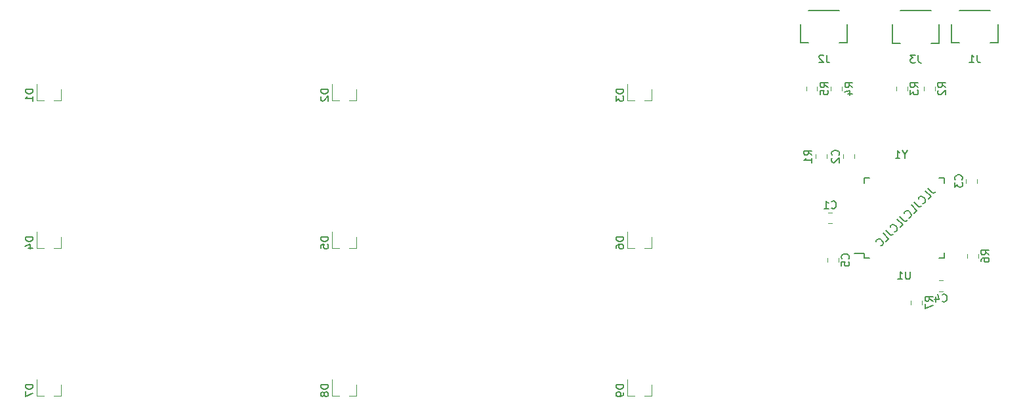
<source format=gbo>
G04 #@! TF.GenerationSoftware,KiCad,Pcbnew,(5.1.2)-2*
G04 #@! TF.CreationDate,2020-07-12T21:55:24+03:00*
G04 #@! TF.ProjectId,KB-Prototype,4b422d50-726f-4746-9f74-7970652e6b69,rev?*
G04 #@! TF.SameCoordinates,Original*
G04 #@! TF.FileFunction,Legend,Bot*
G04 #@! TF.FilePolarity,Positive*
%FSLAX46Y46*%
G04 Gerber Fmt 4.6, Leading zero omitted, Abs format (unit mm)*
G04 Created by KiCad (PCBNEW (5.1.2)-2) date 2020-07-12 21:55:24*
%MOMM*%
%LPD*%
G04 APERTURE LIST*
%ADD10C,0.150000*%
%ADD11C,0.120000*%
%ADD12C,3.602000*%
%ADD13R,0.502000X2.102000*%
%ADD14R,0.652000X1.602000*%
%ADD15R,1.602000X0.652000*%
%ADD16C,0.100000*%
%ADD17C,1.077000*%
%ADD18C,2.352000*%
%ADD19C,4.089800*%
%ADD20C,1.852000*%
%ADD21R,1.302000X1.902000*%
%ADD22R,0.702000X1.652000*%
%ADD23R,0.902000X1.002000*%
G04 APERTURE END LIST*
D10*
X156294934Y-50956614D02*
X156800011Y-51461691D01*
X156934698Y-51529034D01*
X157069385Y-51529034D01*
X157204072Y-51461691D01*
X157271415Y-51394347D01*
X156328606Y-52337156D02*
X156665324Y-52000439D01*
X155958217Y-51293332D01*
X155621499Y-52909576D02*
X155688843Y-52909576D01*
X155823530Y-52842233D01*
X155890873Y-52774889D01*
X155958217Y-52640202D01*
X155958217Y-52505515D01*
X155924545Y-52404500D01*
X155823530Y-52236141D01*
X155722514Y-52135126D01*
X155554156Y-52034111D01*
X155453140Y-52000439D01*
X155318453Y-52000439D01*
X155183766Y-52067782D01*
X155116423Y-52135126D01*
X155049079Y-52269813D01*
X155049079Y-52337156D01*
X154476660Y-52774889D02*
X154981736Y-53279965D01*
X155116423Y-53347309D01*
X155251110Y-53347309D01*
X155385797Y-53279965D01*
X155453140Y-53212622D01*
X154510331Y-54155431D02*
X154847049Y-53818713D01*
X154139942Y-53111607D01*
X153803225Y-54727851D02*
X153870568Y-54727851D01*
X154005255Y-54660507D01*
X154072599Y-54593164D01*
X154139942Y-54458477D01*
X154139942Y-54323790D01*
X154106270Y-54222774D01*
X154005255Y-54054416D01*
X153904240Y-53953400D01*
X153735881Y-53852385D01*
X153634866Y-53818713D01*
X153500179Y-53818713D01*
X153365492Y-53886057D01*
X153298148Y-53953400D01*
X153230805Y-54088087D01*
X153230805Y-54155431D01*
X152658385Y-54593164D02*
X153163461Y-55098240D01*
X153298148Y-55165583D01*
X153432835Y-55165583D01*
X153567522Y-55098240D01*
X153634866Y-55030896D01*
X152692057Y-55973705D02*
X153028774Y-55636988D01*
X152321668Y-54929881D01*
X151984950Y-56546125D02*
X152052294Y-56546125D01*
X152186981Y-56478782D01*
X152254324Y-56411438D01*
X152321668Y-56276751D01*
X152321668Y-56142064D01*
X152287996Y-56041049D01*
X152186981Y-55872690D01*
X152085965Y-55771675D01*
X151917607Y-55670660D01*
X151816591Y-55636988D01*
X151681904Y-55636988D01*
X151547217Y-55704331D01*
X151479874Y-55771675D01*
X151412530Y-55906362D01*
X151412530Y-55973705D01*
X150840111Y-56411438D02*
X151345187Y-56916514D01*
X151479874Y-56983858D01*
X151614561Y-56983858D01*
X151749248Y-56916514D01*
X151816591Y-56849171D01*
X150873782Y-57791980D02*
X151210500Y-57455263D01*
X150503393Y-56748156D01*
X150166675Y-58364400D02*
X150234019Y-58364400D01*
X150368706Y-58297056D01*
X150436049Y-58229713D01*
X150503393Y-58095026D01*
X150503393Y-57960339D01*
X150469721Y-57859324D01*
X150368706Y-57690965D01*
X150267691Y-57589950D01*
X150099332Y-57488934D01*
X149998317Y-57455263D01*
X149863630Y-57455263D01*
X149728943Y-57522606D01*
X149661599Y-57589950D01*
X149594256Y-57724637D01*
X149594256Y-57791980D01*
X148018750Y-59368750D02*
X146743750Y-59368750D01*
X158368750Y-59943750D02*
X157693750Y-59943750D01*
X158368750Y-49593750D02*
X157693750Y-49593750D01*
X148018750Y-49593750D02*
X148693750Y-49593750D01*
X148018750Y-59943750D02*
X148693750Y-59943750D01*
X148018750Y-49593750D02*
X148018750Y-50268750D01*
X158368750Y-49593750D02*
X158368750Y-50268750D01*
X158368750Y-59943750D02*
X158368750Y-59268750D01*
X148018750Y-59943750D02*
X148018750Y-59368750D01*
D11*
X154103000Y-65917578D02*
X154103000Y-65400422D01*
X155523000Y-65917578D02*
X155523000Y-65400422D01*
X161342000Y-59948578D02*
X161342000Y-59431422D01*
X162762000Y-59948578D02*
X162762000Y-59431422D01*
X140577500Y-38358578D02*
X140577500Y-37841422D01*
X141997500Y-38358578D02*
X141997500Y-37841422D01*
X143752500Y-38358578D02*
X143752500Y-37841422D01*
X145172500Y-38358578D02*
X145172500Y-37841422D01*
X152198000Y-38358578D02*
X152198000Y-37841422D01*
X153618000Y-38358578D02*
X153618000Y-37841422D01*
X155754000Y-38358578D02*
X155754000Y-37841422D01*
X157174000Y-38358578D02*
X157174000Y-37841422D01*
X143204000Y-46572672D02*
X143204000Y-47089828D01*
X141784000Y-46572672D02*
X141784000Y-47089828D01*
D10*
X151686000Y-32213000D02*
X152686000Y-32213000D01*
X151686000Y-29813000D02*
X151686000Y-32213000D01*
X156686000Y-28013000D02*
X152686000Y-28013000D01*
X157686000Y-32213000D02*
X157686000Y-29813000D01*
X156686000Y-32213000D02*
X157686000Y-32213000D01*
X139875000Y-32181250D02*
X140875000Y-32181250D01*
X139875000Y-29781250D02*
X139875000Y-32181250D01*
X144875000Y-27981250D02*
X140875000Y-27981250D01*
X145875000Y-32181250D02*
X145875000Y-29781250D01*
X144875000Y-32181250D02*
X145875000Y-32181250D01*
X159306000Y-32181250D02*
X160306000Y-32181250D01*
X159306000Y-29781250D02*
X159306000Y-32181250D01*
X164306000Y-27981250D02*
X160306000Y-27981250D01*
X165306000Y-32181250D02*
X165306000Y-29781250D01*
X164306000Y-32181250D02*
X165306000Y-32181250D01*
D11*
X120642500Y-77753750D02*
X120642500Y-76293750D01*
X117482500Y-77753750D02*
X117482500Y-75593750D01*
X117482500Y-77753750D02*
X118412500Y-77753750D01*
X120642500Y-77753750D02*
X119712500Y-77753750D01*
X82542500Y-77753750D02*
X82542500Y-76293750D01*
X79382500Y-77753750D02*
X79382500Y-75593750D01*
X79382500Y-77753750D02*
X80312500Y-77753750D01*
X82542500Y-77753750D02*
X81612500Y-77753750D01*
X44442500Y-77753750D02*
X44442500Y-76293750D01*
X41282500Y-77753750D02*
X41282500Y-75593750D01*
X41282500Y-77753750D02*
X42212500Y-77753750D01*
X44442500Y-77753750D02*
X43512500Y-77753750D01*
X120642500Y-58703750D02*
X120642500Y-57243750D01*
X117482500Y-58703750D02*
X117482500Y-56543750D01*
X117482500Y-58703750D02*
X118412500Y-58703750D01*
X120642500Y-58703750D02*
X119712500Y-58703750D01*
X82542500Y-58703750D02*
X82542500Y-57243750D01*
X79382500Y-58703750D02*
X79382500Y-56543750D01*
X79382500Y-58703750D02*
X80312500Y-58703750D01*
X82542500Y-58703750D02*
X81612500Y-58703750D01*
X44442500Y-58703750D02*
X44442500Y-57243750D01*
X41282500Y-58703750D02*
X41282500Y-56543750D01*
X41282500Y-58703750D02*
X42212500Y-58703750D01*
X44442500Y-58703750D02*
X43512500Y-58703750D01*
X120642500Y-39653750D02*
X120642500Y-38193750D01*
X117482500Y-39653750D02*
X117482500Y-37493750D01*
X117482500Y-39653750D02*
X118412500Y-39653750D01*
X120642500Y-39653750D02*
X119712500Y-39653750D01*
X82542500Y-39653750D02*
X82542500Y-38193750D01*
X79382500Y-39653750D02*
X79382500Y-37493750D01*
X79382500Y-39653750D02*
X80312500Y-39653750D01*
X82542500Y-39653750D02*
X81612500Y-39653750D01*
X44442500Y-39653750D02*
X44442500Y-38193750D01*
X41282500Y-39653750D02*
X41282500Y-37493750D01*
X41282500Y-39653750D02*
X42212500Y-39653750D01*
X44442500Y-39653750D02*
X43512500Y-39653750D01*
X143308000Y-60456578D02*
X143308000Y-59939422D01*
X144728000Y-60456578D02*
X144728000Y-59939422D01*
X157697672Y-62790000D02*
X158214828Y-62790000D01*
X157697672Y-64210000D02*
X158214828Y-64210000D01*
X162635000Y-49747672D02*
X162635000Y-50264828D01*
X161215000Y-49747672D02*
X161215000Y-50264828D01*
X146760000Y-46572672D02*
X146760000Y-47089828D01*
X145340000Y-46572672D02*
X145340000Y-47089828D01*
X143927328Y-55478750D02*
X143410172Y-55478750D01*
X143927328Y-54058750D02*
X143410172Y-54058750D01*
D10*
X153272430Y-46585190D02*
X153272430Y-47061380D01*
X153605763Y-46061380D02*
X153272430Y-46585190D01*
X152939097Y-46061380D01*
X152081954Y-47061380D02*
X152653382Y-47061380D01*
X152367668Y-47061380D02*
X152367668Y-46061380D01*
X152462906Y-46204238D01*
X152558144Y-46299476D01*
X152653382Y-46347095D01*
X153955654Y-61671130D02*
X153955654Y-62480654D01*
X153908035Y-62575892D01*
X153860416Y-62623511D01*
X153765178Y-62671130D01*
X153574702Y-62671130D01*
X153479464Y-62623511D01*
X153431845Y-62575892D01*
X153384226Y-62480654D01*
X153384226Y-61671130D01*
X152384226Y-62671130D02*
X152955654Y-62671130D01*
X152669940Y-62671130D02*
X152669940Y-61671130D01*
X152765178Y-61813988D01*
X152860416Y-61909226D01*
X152955654Y-61956845D01*
X156915380Y-65492333D02*
X156439190Y-65159000D01*
X156915380Y-64920904D02*
X155915380Y-64920904D01*
X155915380Y-65301857D01*
X155963000Y-65397095D01*
X156010619Y-65444714D01*
X156105857Y-65492333D01*
X156248714Y-65492333D01*
X156343952Y-65444714D01*
X156391571Y-65397095D01*
X156439190Y-65301857D01*
X156439190Y-64920904D01*
X155915380Y-65825666D02*
X155915380Y-66492333D01*
X156915380Y-66063761D01*
X164154380Y-59523333D02*
X163678190Y-59190000D01*
X164154380Y-58951904D02*
X163154380Y-58951904D01*
X163154380Y-59332857D01*
X163202000Y-59428095D01*
X163249619Y-59475714D01*
X163344857Y-59523333D01*
X163487714Y-59523333D01*
X163582952Y-59475714D01*
X163630571Y-59428095D01*
X163678190Y-59332857D01*
X163678190Y-58951904D01*
X163154380Y-60380476D02*
X163154380Y-60190000D01*
X163202000Y-60094761D01*
X163249619Y-60047142D01*
X163392476Y-59951904D01*
X163582952Y-59904285D01*
X163963904Y-59904285D01*
X164059142Y-59951904D01*
X164106761Y-59999523D01*
X164154380Y-60094761D01*
X164154380Y-60285238D01*
X164106761Y-60380476D01*
X164059142Y-60428095D01*
X163963904Y-60475714D01*
X163725809Y-60475714D01*
X163630571Y-60428095D01*
X163582952Y-60380476D01*
X163535333Y-60285238D01*
X163535333Y-60094761D01*
X163582952Y-59999523D01*
X163630571Y-59951904D01*
X163725809Y-59904285D01*
X143389880Y-37933333D02*
X142913690Y-37600000D01*
X143389880Y-37361904D02*
X142389880Y-37361904D01*
X142389880Y-37742857D01*
X142437500Y-37838095D01*
X142485119Y-37885714D01*
X142580357Y-37933333D01*
X142723214Y-37933333D01*
X142818452Y-37885714D01*
X142866071Y-37838095D01*
X142913690Y-37742857D01*
X142913690Y-37361904D01*
X142389880Y-38838095D02*
X142389880Y-38361904D01*
X142866071Y-38314285D01*
X142818452Y-38361904D01*
X142770833Y-38457142D01*
X142770833Y-38695238D01*
X142818452Y-38790476D01*
X142866071Y-38838095D01*
X142961309Y-38885714D01*
X143199404Y-38885714D01*
X143294642Y-38838095D01*
X143342261Y-38790476D01*
X143389880Y-38695238D01*
X143389880Y-38457142D01*
X143342261Y-38361904D01*
X143294642Y-38314285D01*
X146564880Y-37933333D02*
X146088690Y-37600000D01*
X146564880Y-37361904D02*
X145564880Y-37361904D01*
X145564880Y-37742857D01*
X145612500Y-37838095D01*
X145660119Y-37885714D01*
X145755357Y-37933333D01*
X145898214Y-37933333D01*
X145993452Y-37885714D01*
X146041071Y-37838095D01*
X146088690Y-37742857D01*
X146088690Y-37361904D01*
X145898214Y-38790476D02*
X146564880Y-38790476D01*
X145517261Y-38552380D02*
X146231547Y-38314285D01*
X146231547Y-38933333D01*
X155010380Y-37933333D02*
X154534190Y-37600000D01*
X155010380Y-37361904D02*
X154010380Y-37361904D01*
X154010380Y-37742857D01*
X154058000Y-37838095D01*
X154105619Y-37885714D01*
X154200857Y-37933333D01*
X154343714Y-37933333D01*
X154438952Y-37885714D01*
X154486571Y-37838095D01*
X154534190Y-37742857D01*
X154534190Y-37361904D01*
X154010380Y-38266666D02*
X154010380Y-38885714D01*
X154391333Y-38552380D01*
X154391333Y-38695238D01*
X154438952Y-38790476D01*
X154486571Y-38838095D01*
X154581809Y-38885714D01*
X154819904Y-38885714D01*
X154915142Y-38838095D01*
X154962761Y-38790476D01*
X155010380Y-38695238D01*
X155010380Y-38409523D01*
X154962761Y-38314285D01*
X154915142Y-38266666D01*
X158566380Y-37933333D02*
X158090190Y-37600000D01*
X158566380Y-37361904D02*
X157566380Y-37361904D01*
X157566380Y-37742857D01*
X157614000Y-37838095D01*
X157661619Y-37885714D01*
X157756857Y-37933333D01*
X157899714Y-37933333D01*
X157994952Y-37885714D01*
X158042571Y-37838095D01*
X158090190Y-37742857D01*
X158090190Y-37361904D01*
X157661619Y-38314285D02*
X157614000Y-38361904D01*
X157566380Y-38457142D01*
X157566380Y-38695238D01*
X157614000Y-38790476D01*
X157661619Y-38838095D01*
X157756857Y-38885714D01*
X157852095Y-38885714D01*
X157994952Y-38838095D01*
X158566380Y-38266666D01*
X158566380Y-38885714D01*
X141296380Y-46664583D02*
X140820190Y-46331250D01*
X141296380Y-46093154D02*
X140296380Y-46093154D01*
X140296380Y-46474107D01*
X140344000Y-46569345D01*
X140391619Y-46616964D01*
X140486857Y-46664583D01*
X140629714Y-46664583D01*
X140724952Y-46616964D01*
X140772571Y-46569345D01*
X140820190Y-46474107D01*
X140820190Y-46093154D01*
X141296380Y-47616964D02*
X141296380Y-47045535D01*
X141296380Y-47331250D02*
X140296380Y-47331250D01*
X140439238Y-47236011D01*
X140534476Y-47140773D01*
X140582095Y-47045535D01*
X155019333Y-33765380D02*
X155019333Y-34479666D01*
X155066952Y-34622523D01*
X155162190Y-34717761D01*
X155305047Y-34765380D01*
X155400285Y-34765380D01*
X154638380Y-33765380D02*
X154019333Y-33765380D01*
X154352666Y-34146333D01*
X154209809Y-34146333D01*
X154114571Y-34193952D01*
X154066952Y-34241571D01*
X154019333Y-34336809D01*
X154019333Y-34574904D01*
X154066952Y-34670142D01*
X154114571Y-34717761D01*
X154209809Y-34765380D01*
X154495523Y-34765380D01*
X154590761Y-34717761D01*
X154638380Y-34670142D01*
X143208333Y-33733630D02*
X143208333Y-34447916D01*
X143255952Y-34590773D01*
X143351190Y-34686011D01*
X143494047Y-34733630D01*
X143589285Y-34733630D01*
X142779761Y-33828869D02*
X142732142Y-33781250D01*
X142636904Y-33733630D01*
X142398809Y-33733630D01*
X142303571Y-33781250D01*
X142255952Y-33828869D01*
X142208333Y-33924107D01*
X142208333Y-34019345D01*
X142255952Y-34162202D01*
X142827380Y-34733630D01*
X142208333Y-34733630D01*
X162639333Y-33733630D02*
X162639333Y-34447916D01*
X162686952Y-34590773D01*
X162782190Y-34686011D01*
X162925047Y-34733630D01*
X163020285Y-34733630D01*
X161639333Y-34733630D02*
X162210761Y-34733630D01*
X161925047Y-34733630D02*
X161925047Y-33733630D01*
X162020285Y-33876488D01*
X162115523Y-33971726D01*
X162210761Y-34019345D01*
X117014880Y-76255654D02*
X116014880Y-76255654D01*
X116014880Y-76493750D01*
X116062500Y-76636607D01*
X116157738Y-76731845D01*
X116252976Y-76779464D01*
X116443452Y-76827083D01*
X116586309Y-76827083D01*
X116776785Y-76779464D01*
X116872023Y-76731845D01*
X116967261Y-76636607D01*
X117014880Y-76493750D01*
X117014880Y-76255654D01*
X117014880Y-77303273D02*
X117014880Y-77493750D01*
X116967261Y-77588988D01*
X116919642Y-77636607D01*
X116776785Y-77731845D01*
X116586309Y-77779464D01*
X116205357Y-77779464D01*
X116110119Y-77731845D01*
X116062500Y-77684226D01*
X116014880Y-77588988D01*
X116014880Y-77398511D01*
X116062500Y-77303273D01*
X116110119Y-77255654D01*
X116205357Y-77208035D01*
X116443452Y-77208035D01*
X116538690Y-77255654D01*
X116586309Y-77303273D01*
X116633928Y-77398511D01*
X116633928Y-77588988D01*
X116586309Y-77684226D01*
X116538690Y-77731845D01*
X116443452Y-77779464D01*
X78914880Y-76255654D02*
X77914880Y-76255654D01*
X77914880Y-76493750D01*
X77962500Y-76636607D01*
X78057738Y-76731845D01*
X78152976Y-76779464D01*
X78343452Y-76827083D01*
X78486309Y-76827083D01*
X78676785Y-76779464D01*
X78772023Y-76731845D01*
X78867261Y-76636607D01*
X78914880Y-76493750D01*
X78914880Y-76255654D01*
X78343452Y-77398511D02*
X78295833Y-77303273D01*
X78248214Y-77255654D01*
X78152976Y-77208035D01*
X78105357Y-77208035D01*
X78010119Y-77255654D01*
X77962500Y-77303273D01*
X77914880Y-77398511D01*
X77914880Y-77588988D01*
X77962500Y-77684226D01*
X78010119Y-77731845D01*
X78105357Y-77779464D01*
X78152976Y-77779464D01*
X78248214Y-77731845D01*
X78295833Y-77684226D01*
X78343452Y-77588988D01*
X78343452Y-77398511D01*
X78391071Y-77303273D01*
X78438690Y-77255654D01*
X78533928Y-77208035D01*
X78724404Y-77208035D01*
X78819642Y-77255654D01*
X78867261Y-77303273D01*
X78914880Y-77398511D01*
X78914880Y-77588988D01*
X78867261Y-77684226D01*
X78819642Y-77731845D01*
X78724404Y-77779464D01*
X78533928Y-77779464D01*
X78438690Y-77731845D01*
X78391071Y-77684226D01*
X78343452Y-77588988D01*
X40814880Y-76255654D02*
X39814880Y-76255654D01*
X39814880Y-76493750D01*
X39862500Y-76636607D01*
X39957738Y-76731845D01*
X40052976Y-76779464D01*
X40243452Y-76827083D01*
X40386309Y-76827083D01*
X40576785Y-76779464D01*
X40672023Y-76731845D01*
X40767261Y-76636607D01*
X40814880Y-76493750D01*
X40814880Y-76255654D01*
X39814880Y-77160416D02*
X39814880Y-77827083D01*
X40814880Y-77398511D01*
X117014880Y-57205654D02*
X116014880Y-57205654D01*
X116014880Y-57443750D01*
X116062500Y-57586607D01*
X116157738Y-57681845D01*
X116252976Y-57729464D01*
X116443452Y-57777083D01*
X116586309Y-57777083D01*
X116776785Y-57729464D01*
X116872023Y-57681845D01*
X116967261Y-57586607D01*
X117014880Y-57443750D01*
X117014880Y-57205654D01*
X116014880Y-58634226D02*
X116014880Y-58443750D01*
X116062500Y-58348511D01*
X116110119Y-58300892D01*
X116252976Y-58205654D01*
X116443452Y-58158035D01*
X116824404Y-58158035D01*
X116919642Y-58205654D01*
X116967261Y-58253273D01*
X117014880Y-58348511D01*
X117014880Y-58538988D01*
X116967261Y-58634226D01*
X116919642Y-58681845D01*
X116824404Y-58729464D01*
X116586309Y-58729464D01*
X116491071Y-58681845D01*
X116443452Y-58634226D01*
X116395833Y-58538988D01*
X116395833Y-58348511D01*
X116443452Y-58253273D01*
X116491071Y-58205654D01*
X116586309Y-58158035D01*
X78914880Y-57205654D02*
X77914880Y-57205654D01*
X77914880Y-57443750D01*
X77962500Y-57586607D01*
X78057738Y-57681845D01*
X78152976Y-57729464D01*
X78343452Y-57777083D01*
X78486309Y-57777083D01*
X78676785Y-57729464D01*
X78772023Y-57681845D01*
X78867261Y-57586607D01*
X78914880Y-57443750D01*
X78914880Y-57205654D01*
X77914880Y-58681845D02*
X77914880Y-58205654D01*
X78391071Y-58158035D01*
X78343452Y-58205654D01*
X78295833Y-58300892D01*
X78295833Y-58538988D01*
X78343452Y-58634226D01*
X78391071Y-58681845D01*
X78486309Y-58729464D01*
X78724404Y-58729464D01*
X78819642Y-58681845D01*
X78867261Y-58634226D01*
X78914880Y-58538988D01*
X78914880Y-58300892D01*
X78867261Y-58205654D01*
X78819642Y-58158035D01*
X40814880Y-57205654D02*
X39814880Y-57205654D01*
X39814880Y-57443750D01*
X39862500Y-57586607D01*
X39957738Y-57681845D01*
X40052976Y-57729464D01*
X40243452Y-57777083D01*
X40386309Y-57777083D01*
X40576785Y-57729464D01*
X40672023Y-57681845D01*
X40767261Y-57586607D01*
X40814880Y-57443750D01*
X40814880Y-57205654D01*
X40148214Y-58634226D02*
X40814880Y-58634226D01*
X39767261Y-58396130D02*
X40481547Y-58158035D01*
X40481547Y-58777083D01*
X117014880Y-38155654D02*
X116014880Y-38155654D01*
X116014880Y-38393750D01*
X116062500Y-38536607D01*
X116157738Y-38631845D01*
X116252976Y-38679464D01*
X116443452Y-38727083D01*
X116586309Y-38727083D01*
X116776785Y-38679464D01*
X116872023Y-38631845D01*
X116967261Y-38536607D01*
X117014880Y-38393750D01*
X117014880Y-38155654D01*
X116014880Y-39060416D02*
X116014880Y-39679464D01*
X116395833Y-39346130D01*
X116395833Y-39488988D01*
X116443452Y-39584226D01*
X116491071Y-39631845D01*
X116586309Y-39679464D01*
X116824404Y-39679464D01*
X116919642Y-39631845D01*
X116967261Y-39584226D01*
X117014880Y-39488988D01*
X117014880Y-39203273D01*
X116967261Y-39108035D01*
X116919642Y-39060416D01*
X78914880Y-38155654D02*
X77914880Y-38155654D01*
X77914880Y-38393750D01*
X77962500Y-38536607D01*
X78057738Y-38631845D01*
X78152976Y-38679464D01*
X78343452Y-38727083D01*
X78486309Y-38727083D01*
X78676785Y-38679464D01*
X78772023Y-38631845D01*
X78867261Y-38536607D01*
X78914880Y-38393750D01*
X78914880Y-38155654D01*
X78010119Y-39108035D02*
X77962500Y-39155654D01*
X77914880Y-39250892D01*
X77914880Y-39488988D01*
X77962500Y-39584226D01*
X78010119Y-39631845D01*
X78105357Y-39679464D01*
X78200595Y-39679464D01*
X78343452Y-39631845D01*
X78914880Y-39060416D01*
X78914880Y-39679464D01*
X40814880Y-38155654D02*
X39814880Y-38155654D01*
X39814880Y-38393750D01*
X39862500Y-38536607D01*
X39957738Y-38631845D01*
X40052976Y-38679464D01*
X40243452Y-38727083D01*
X40386309Y-38727083D01*
X40576785Y-38679464D01*
X40672023Y-38631845D01*
X40767261Y-38536607D01*
X40814880Y-38393750D01*
X40814880Y-38155654D01*
X40814880Y-39679464D02*
X40814880Y-39108035D01*
X40814880Y-39393750D02*
X39814880Y-39393750D01*
X39957738Y-39298511D01*
X40052976Y-39203273D01*
X40100595Y-39108035D01*
X146025142Y-60031333D02*
X146072761Y-59983714D01*
X146120380Y-59840857D01*
X146120380Y-59745619D01*
X146072761Y-59602761D01*
X145977523Y-59507523D01*
X145882285Y-59459904D01*
X145691809Y-59412285D01*
X145548952Y-59412285D01*
X145358476Y-59459904D01*
X145263238Y-59507523D01*
X145168000Y-59602761D01*
X145120380Y-59745619D01*
X145120380Y-59840857D01*
X145168000Y-59983714D01*
X145215619Y-60031333D01*
X145120380Y-60936095D02*
X145120380Y-60459904D01*
X145596571Y-60412285D01*
X145548952Y-60459904D01*
X145501333Y-60555142D01*
X145501333Y-60793238D01*
X145548952Y-60888476D01*
X145596571Y-60936095D01*
X145691809Y-60983714D01*
X145929904Y-60983714D01*
X146025142Y-60936095D01*
X146072761Y-60888476D01*
X146120380Y-60793238D01*
X146120380Y-60555142D01*
X146072761Y-60459904D01*
X146025142Y-60412285D01*
X158122916Y-65507142D02*
X158170535Y-65554761D01*
X158313392Y-65602380D01*
X158408630Y-65602380D01*
X158551488Y-65554761D01*
X158646726Y-65459523D01*
X158694345Y-65364285D01*
X158741964Y-65173809D01*
X158741964Y-65030952D01*
X158694345Y-64840476D01*
X158646726Y-64745238D01*
X158551488Y-64650000D01*
X158408630Y-64602380D01*
X158313392Y-64602380D01*
X158170535Y-64650000D01*
X158122916Y-64697619D01*
X157265773Y-64935714D02*
X157265773Y-65602380D01*
X157503869Y-64554761D02*
X157741964Y-65269047D01*
X157122916Y-65269047D01*
X160632142Y-49839583D02*
X160679761Y-49791964D01*
X160727380Y-49649107D01*
X160727380Y-49553869D01*
X160679761Y-49411011D01*
X160584523Y-49315773D01*
X160489285Y-49268154D01*
X160298809Y-49220535D01*
X160155952Y-49220535D01*
X159965476Y-49268154D01*
X159870238Y-49315773D01*
X159775000Y-49411011D01*
X159727380Y-49553869D01*
X159727380Y-49649107D01*
X159775000Y-49791964D01*
X159822619Y-49839583D01*
X159727380Y-50172916D02*
X159727380Y-50791964D01*
X160108333Y-50458630D01*
X160108333Y-50601488D01*
X160155952Y-50696726D01*
X160203571Y-50744345D01*
X160298809Y-50791964D01*
X160536904Y-50791964D01*
X160632142Y-50744345D01*
X160679761Y-50696726D01*
X160727380Y-50601488D01*
X160727380Y-50315773D01*
X160679761Y-50220535D01*
X160632142Y-50172916D01*
X144757142Y-46664583D02*
X144804761Y-46616964D01*
X144852380Y-46474107D01*
X144852380Y-46378869D01*
X144804761Y-46236011D01*
X144709523Y-46140773D01*
X144614285Y-46093154D01*
X144423809Y-46045535D01*
X144280952Y-46045535D01*
X144090476Y-46093154D01*
X143995238Y-46140773D01*
X143900000Y-46236011D01*
X143852380Y-46378869D01*
X143852380Y-46474107D01*
X143900000Y-46616964D01*
X143947619Y-46664583D01*
X143947619Y-47045535D02*
X143900000Y-47093154D01*
X143852380Y-47188392D01*
X143852380Y-47426488D01*
X143900000Y-47521726D01*
X143947619Y-47569345D01*
X144042857Y-47616964D01*
X144138095Y-47616964D01*
X144280952Y-47569345D01*
X144852380Y-46997916D01*
X144852380Y-47616964D01*
X143835416Y-53475892D02*
X143883035Y-53523511D01*
X144025892Y-53571130D01*
X144121130Y-53571130D01*
X144263988Y-53523511D01*
X144359226Y-53428273D01*
X144406845Y-53333035D01*
X144454464Y-53142559D01*
X144454464Y-52999702D01*
X144406845Y-52809226D01*
X144359226Y-52713988D01*
X144263988Y-52618750D01*
X144121130Y-52571130D01*
X144025892Y-52571130D01*
X143883035Y-52618750D01*
X143835416Y-52666369D01*
X142883035Y-53571130D02*
X143454464Y-53571130D01*
X143168750Y-53571130D02*
X143168750Y-52571130D01*
X143263988Y-52713988D01*
X143359226Y-52809226D01*
X143454464Y-52856845D01*
%LPC*%
D12*
X165862000Y-77851000D03*
X165862000Y-37592000D03*
X26670000Y-78105000D03*
X26797000Y-26670000D03*
D13*
X151581000Y-44577000D03*
X153981000Y-44577000D03*
X152781000Y-44577000D03*
D14*
X149193750Y-60468750D03*
X149993750Y-60468750D03*
X150793750Y-60468750D03*
X151593750Y-60468750D03*
X152393750Y-60468750D03*
X153193750Y-60468750D03*
X153993750Y-60468750D03*
X154793750Y-60468750D03*
X155593750Y-60468750D03*
X156393750Y-60468750D03*
X157193750Y-60468750D03*
D15*
X158893750Y-58768750D03*
X158893750Y-57968750D03*
X158893750Y-57168750D03*
X158893750Y-56368750D03*
X158893750Y-55568750D03*
X158893750Y-54768750D03*
X158893750Y-53968750D03*
X158893750Y-53168750D03*
X158893750Y-52368750D03*
X158893750Y-51568750D03*
X158893750Y-50768750D03*
D14*
X157193750Y-49068750D03*
X156393750Y-49068750D03*
X155593750Y-49068750D03*
X154793750Y-49068750D03*
X153993750Y-49068750D03*
X153193750Y-49068750D03*
X152393750Y-49068750D03*
X151593750Y-49068750D03*
X150793750Y-49068750D03*
X149993750Y-49068750D03*
X149193750Y-49068750D03*
D15*
X147493750Y-50768750D03*
X147493750Y-51568750D03*
X147493750Y-52368750D03*
X147493750Y-53168750D03*
X147493750Y-53968750D03*
X147493750Y-54768750D03*
X147493750Y-55568750D03*
X147493750Y-56368750D03*
X147493750Y-57168750D03*
X147493750Y-57968750D03*
X147493750Y-58768750D03*
D16*
G36*
X155321141Y-64184297D02*
G01*
X155347278Y-64188174D01*
X155372909Y-64194594D01*
X155397788Y-64203495D01*
X155421674Y-64214793D01*
X155444337Y-64228377D01*
X155465560Y-64244117D01*
X155485139Y-64261861D01*
X155502883Y-64281440D01*
X155518623Y-64302663D01*
X155532207Y-64325326D01*
X155543505Y-64349212D01*
X155552406Y-64374091D01*
X155558826Y-64399722D01*
X155562703Y-64425859D01*
X155564000Y-64452250D01*
X155564000Y-64990750D01*
X155562703Y-65017141D01*
X155558826Y-65043278D01*
X155552406Y-65068909D01*
X155543505Y-65093788D01*
X155532207Y-65117674D01*
X155518623Y-65140337D01*
X155502883Y-65161560D01*
X155485139Y-65181139D01*
X155465560Y-65198883D01*
X155444337Y-65214623D01*
X155421674Y-65228207D01*
X155397788Y-65239505D01*
X155372909Y-65248406D01*
X155347278Y-65254826D01*
X155321141Y-65258703D01*
X155294750Y-65260000D01*
X154331250Y-65260000D01*
X154304859Y-65258703D01*
X154278722Y-65254826D01*
X154253091Y-65248406D01*
X154228212Y-65239505D01*
X154204326Y-65228207D01*
X154181663Y-65214623D01*
X154160440Y-65198883D01*
X154140861Y-65181139D01*
X154123117Y-65161560D01*
X154107377Y-65140337D01*
X154093793Y-65117674D01*
X154082495Y-65093788D01*
X154073594Y-65068909D01*
X154067174Y-65043278D01*
X154063297Y-65017141D01*
X154062000Y-64990750D01*
X154062000Y-64452250D01*
X154063297Y-64425859D01*
X154067174Y-64399722D01*
X154073594Y-64374091D01*
X154082495Y-64349212D01*
X154093793Y-64325326D01*
X154107377Y-64302663D01*
X154123117Y-64281440D01*
X154140861Y-64261861D01*
X154160440Y-64244117D01*
X154181663Y-64228377D01*
X154204326Y-64214793D01*
X154228212Y-64203495D01*
X154253091Y-64194594D01*
X154278722Y-64188174D01*
X154304859Y-64184297D01*
X154331250Y-64183000D01*
X155294750Y-64183000D01*
X155321141Y-64184297D01*
X155321141Y-64184297D01*
G37*
D17*
X154813000Y-64721500D03*
D16*
G36*
X155321141Y-66059297D02*
G01*
X155347278Y-66063174D01*
X155372909Y-66069594D01*
X155397788Y-66078495D01*
X155421674Y-66089793D01*
X155444337Y-66103377D01*
X155465560Y-66119117D01*
X155485139Y-66136861D01*
X155502883Y-66156440D01*
X155518623Y-66177663D01*
X155532207Y-66200326D01*
X155543505Y-66224212D01*
X155552406Y-66249091D01*
X155558826Y-66274722D01*
X155562703Y-66300859D01*
X155564000Y-66327250D01*
X155564000Y-66865750D01*
X155562703Y-66892141D01*
X155558826Y-66918278D01*
X155552406Y-66943909D01*
X155543505Y-66968788D01*
X155532207Y-66992674D01*
X155518623Y-67015337D01*
X155502883Y-67036560D01*
X155485139Y-67056139D01*
X155465560Y-67073883D01*
X155444337Y-67089623D01*
X155421674Y-67103207D01*
X155397788Y-67114505D01*
X155372909Y-67123406D01*
X155347278Y-67129826D01*
X155321141Y-67133703D01*
X155294750Y-67135000D01*
X154331250Y-67135000D01*
X154304859Y-67133703D01*
X154278722Y-67129826D01*
X154253091Y-67123406D01*
X154228212Y-67114505D01*
X154204326Y-67103207D01*
X154181663Y-67089623D01*
X154160440Y-67073883D01*
X154140861Y-67056139D01*
X154123117Y-67036560D01*
X154107377Y-67015337D01*
X154093793Y-66992674D01*
X154082495Y-66968788D01*
X154073594Y-66943909D01*
X154067174Y-66918278D01*
X154063297Y-66892141D01*
X154062000Y-66865750D01*
X154062000Y-66327250D01*
X154063297Y-66300859D01*
X154067174Y-66274722D01*
X154073594Y-66249091D01*
X154082495Y-66224212D01*
X154093793Y-66200326D01*
X154107377Y-66177663D01*
X154123117Y-66156440D01*
X154140861Y-66136861D01*
X154160440Y-66119117D01*
X154181663Y-66103377D01*
X154204326Y-66089793D01*
X154228212Y-66078495D01*
X154253091Y-66069594D01*
X154278722Y-66063174D01*
X154304859Y-66059297D01*
X154331250Y-66058000D01*
X155294750Y-66058000D01*
X155321141Y-66059297D01*
X155321141Y-66059297D01*
G37*
D17*
X154813000Y-66596500D03*
D16*
G36*
X162560141Y-58215297D02*
G01*
X162586278Y-58219174D01*
X162611909Y-58225594D01*
X162636788Y-58234495D01*
X162660674Y-58245793D01*
X162683337Y-58259377D01*
X162704560Y-58275117D01*
X162724139Y-58292861D01*
X162741883Y-58312440D01*
X162757623Y-58333663D01*
X162771207Y-58356326D01*
X162782505Y-58380212D01*
X162791406Y-58405091D01*
X162797826Y-58430722D01*
X162801703Y-58456859D01*
X162803000Y-58483250D01*
X162803000Y-59021750D01*
X162801703Y-59048141D01*
X162797826Y-59074278D01*
X162791406Y-59099909D01*
X162782505Y-59124788D01*
X162771207Y-59148674D01*
X162757623Y-59171337D01*
X162741883Y-59192560D01*
X162724139Y-59212139D01*
X162704560Y-59229883D01*
X162683337Y-59245623D01*
X162660674Y-59259207D01*
X162636788Y-59270505D01*
X162611909Y-59279406D01*
X162586278Y-59285826D01*
X162560141Y-59289703D01*
X162533750Y-59291000D01*
X161570250Y-59291000D01*
X161543859Y-59289703D01*
X161517722Y-59285826D01*
X161492091Y-59279406D01*
X161467212Y-59270505D01*
X161443326Y-59259207D01*
X161420663Y-59245623D01*
X161399440Y-59229883D01*
X161379861Y-59212139D01*
X161362117Y-59192560D01*
X161346377Y-59171337D01*
X161332793Y-59148674D01*
X161321495Y-59124788D01*
X161312594Y-59099909D01*
X161306174Y-59074278D01*
X161302297Y-59048141D01*
X161301000Y-59021750D01*
X161301000Y-58483250D01*
X161302297Y-58456859D01*
X161306174Y-58430722D01*
X161312594Y-58405091D01*
X161321495Y-58380212D01*
X161332793Y-58356326D01*
X161346377Y-58333663D01*
X161362117Y-58312440D01*
X161379861Y-58292861D01*
X161399440Y-58275117D01*
X161420663Y-58259377D01*
X161443326Y-58245793D01*
X161467212Y-58234495D01*
X161492091Y-58225594D01*
X161517722Y-58219174D01*
X161543859Y-58215297D01*
X161570250Y-58214000D01*
X162533750Y-58214000D01*
X162560141Y-58215297D01*
X162560141Y-58215297D01*
G37*
D17*
X162052000Y-58752500D03*
D16*
G36*
X162560141Y-60090297D02*
G01*
X162586278Y-60094174D01*
X162611909Y-60100594D01*
X162636788Y-60109495D01*
X162660674Y-60120793D01*
X162683337Y-60134377D01*
X162704560Y-60150117D01*
X162724139Y-60167861D01*
X162741883Y-60187440D01*
X162757623Y-60208663D01*
X162771207Y-60231326D01*
X162782505Y-60255212D01*
X162791406Y-60280091D01*
X162797826Y-60305722D01*
X162801703Y-60331859D01*
X162803000Y-60358250D01*
X162803000Y-60896750D01*
X162801703Y-60923141D01*
X162797826Y-60949278D01*
X162791406Y-60974909D01*
X162782505Y-60999788D01*
X162771207Y-61023674D01*
X162757623Y-61046337D01*
X162741883Y-61067560D01*
X162724139Y-61087139D01*
X162704560Y-61104883D01*
X162683337Y-61120623D01*
X162660674Y-61134207D01*
X162636788Y-61145505D01*
X162611909Y-61154406D01*
X162586278Y-61160826D01*
X162560141Y-61164703D01*
X162533750Y-61166000D01*
X161570250Y-61166000D01*
X161543859Y-61164703D01*
X161517722Y-61160826D01*
X161492091Y-61154406D01*
X161467212Y-61145505D01*
X161443326Y-61134207D01*
X161420663Y-61120623D01*
X161399440Y-61104883D01*
X161379861Y-61087139D01*
X161362117Y-61067560D01*
X161346377Y-61046337D01*
X161332793Y-61023674D01*
X161321495Y-60999788D01*
X161312594Y-60974909D01*
X161306174Y-60949278D01*
X161302297Y-60923141D01*
X161301000Y-60896750D01*
X161301000Y-60358250D01*
X161302297Y-60331859D01*
X161306174Y-60305722D01*
X161312594Y-60280091D01*
X161321495Y-60255212D01*
X161332793Y-60231326D01*
X161346377Y-60208663D01*
X161362117Y-60187440D01*
X161379861Y-60167861D01*
X161399440Y-60150117D01*
X161420663Y-60134377D01*
X161443326Y-60120793D01*
X161467212Y-60109495D01*
X161492091Y-60100594D01*
X161517722Y-60094174D01*
X161543859Y-60090297D01*
X161570250Y-60089000D01*
X162533750Y-60089000D01*
X162560141Y-60090297D01*
X162560141Y-60090297D01*
G37*
D17*
X162052000Y-60627500D03*
D16*
G36*
X141795641Y-36625297D02*
G01*
X141821778Y-36629174D01*
X141847409Y-36635594D01*
X141872288Y-36644495D01*
X141896174Y-36655793D01*
X141918837Y-36669377D01*
X141940060Y-36685117D01*
X141959639Y-36702861D01*
X141977383Y-36722440D01*
X141993123Y-36743663D01*
X142006707Y-36766326D01*
X142018005Y-36790212D01*
X142026906Y-36815091D01*
X142033326Y-36840722D01*
X142037203Y-36866859D01*
X142038500Y-36893250D01*
X142038500Y-37431750D01*
X142037203Y-37458141D01*
X142033326Y-37484278D01*
X142026906Y-37509909D01*
X142018005Y-37534788D01*
X142006707Y-37558674D01*
X141993123Y-37581337D01*
X141977383Y-37602560D01*
X141959639Y-37622139D01*
X141940060Y-37639883D01*
X141918837Y-37655623D01*
X141896174Y-37669207D01*
X141872288Y-37680505D01*
X141847409Y-37689406D01*
X141821778Y-37695826D01*
X141795641Y-37699703D01*
X141769250Y-37701000D01*
X140805750Y-37701000D01*
X140779359Y-37699703D01*
X140753222Y-37695826D01*
X140727591Y-37689406D01*
X140702712Y-37680505D01*
X140678826Y-37669207D01*
X140656163Y-37655623D01*
X140634940Y-37639883D01*
X140615361Y-37622139D01*
X140597617Y-37602560D01*
X140581877Y-37581337D01*
X140568293Y-37558674D01*
X140556995Y-37534788D01*
X140548094Y-37509909D01*
X140541674Y-37484278D01*
X140537797Y-37458141D01*
X140536500Y-37431750D01*
X140536500Y-36893250D01*
X140537797Y-36866859D01*
X140541674Y-36840722D01*
X140548094Y-36815091D01*
X140556995Y-36790212D01*
X140568293Y-36766326D01*
X140581877Y-36743663D01*
X140597617Y-36722440D01*
X140615361Y-36702861D01*
X140634940Y-36685117D01*
X140656163Y-36669377D01*
X140678826Y-36655793D01*
X140702712Y-36644495D01*
X140727591Y-36635594D01*
X140753222Y-36629174D01*
X140779359Y-36625297D01*
X140805750Y-36624000D01*
X141769250Y-36624000D01*
X141795641Y-36625297D01*
X141795641Y-36625297D01*
G37*
D17*
X141287500Y-37162500D03*
D16*
G36*
X141795641Y-38500297D02*
G01*
X141821778Y-38504174D01*
X141847409Y-38510594D01*
X141872288Y-38519495D01*
X141896174Y-38530793D01*
X141918837Y-38544377D01*
X141940060Y-38560117D01*
X141959639Y-38577861D01*
X141977383Y-38597440D01*
X141993123Y-38618663D01*
X142006707Y-38641326D01*
X142018005Y-38665212D01*
X142026906Y-38690091D01*
X142033326Y-38715722D01*
X142037203Y-38741859D01*
X142038500Y-38768250D01*
X142038500Y-39306750D01*
X142037203Y-39333141D01*
X142033326Y-39359278D01*
X142026906Y-39384909D01*
X142018005Y-39409788D01*
X142006707Y-39433674D01*
X141993123Y-39456337D01*
X141977383Y-39477560D01*
X141959639Y-39497139D01*
X141940060Y-39514883D01*
X141918837Y-39530623D01*
X141896174Y-39544207D01*
X141872288Y-39555505D01*
X141847409Y-39564406D01*
X141821778Y-39570826D01*
X141795641Y-39574703D01*
X141769250Y-39576000D01*
X140805750Y-39576000D01*
X140779359Y-39574703D01*
X140753222Y-39570826D01*
X140727591Y-39564406D01*
X140702712Y-39555505D01*
X140678826Y-39544207D01*
X140656163Y-39530623D01*
X140634940Y-39514883D01*
X140615361Y-39497139D01*
X140597617Y-39477560D01*
X140581877Y-39456337D01*
X140568293Y-39433674D01*
X140556995Y-39409788D01*
X140548094Y-39384909D01*
X140541674Y-39359278D01*
X140537797Y-39333141D01*
X140536500Y-39306750D01*
X140536500Y-38768250D01*
X140537797Y-38741859D01*
X140541674Y-38715722D01*
X140548094Y-38690091D01*
X140556995Y-38665212D01*
X140568293Y-38641326D01*
X140581877Y-38618663D01*
X140597617Y-38597440D01*
X140615361Y-38577861D01*
X140634940Y-38560117D01*
X140656163Y-38544377D01*
X140678826Y-38530793D01*
X140702712Y-38519495D01*
X140727591Y-38510594D01*
X140753222Y-38504174D01*
X140779359Y-38500297D01*
X140805750Y-38499000D01*
X141769250Y-38499000D01*
X141795641Y-38500297D01*
X141795641Y-38500297D01*
G37*
D17*
X141287500Y-39037500D03*
D16*
G36*
X144970641Y-36625297D02*
G01*
X144996778Y-36629174D01*
X145022409Y-36635594D01*
X145047288Y-36644495D01*
X145071174Y-36655793D01*
X145093837Y-36669377D01*
X145115060Y-36685117D01*
X145134639Y-36702861D01*
X145152383Y-36722440D01*
X145168123Y-36743663D01*
X145181707Y-36766326D01*
X145193005Y-36790212D01*
X145201906Y-36815091D01*
X145208326Y-36840722D01*
X145212203Y-36866859D01*
X145213500Y-36893250D01*
X145213500Y-37431750D01*
X145212203Y-37458141D01*
X145208326Y-37484278D01*
X145201906Y-37509909D01*
X145193005Y-37534788D01*
X145181707Y-37558674D01*
X145168123Y-37581337D01*
X145152383Y-37602560D01*
X145134639Y-37622139D01*
X145115060Y-37639883D01*
X145093837Y-37655623D01*
X145071174Y-37669207D01*
X145047288Y-37680505D01*
X145022409Y-37689406D01*
X144996778Y-37695826D01*
X144970641Y-37699703D01*
X144944250Y-37701000D01*
X143980750Y-37701000D01*
X143954359Y-37699703D01*
X143928222Y-37695826D01*
X143902591Y-37689406D01*
X143877712Y-37680505D01*
X143853826Y-37669207D01*
X143831163Y-37655623D01*
X143809940Y-37639883D01*
X143790361Y-37622139D01*
X143772617Y-37602560D01*
X143756877Y-37581337D01*
X143743293Y-37558674D01*
X143731995Y-37534788D01*
X143723094Y-37509909D01*
X143716674Y-37484278D01*
X143712797Y-37458141D01*
X143711500Y-37431750D01*
X143711500Y-36893250D01*
X143712797Y-36866859D01*
X143716674Y-36840722D01*
X143723094Y-36815091D01*
X143731995Y-36790212D01*
X143743293Y-36766326D01*
X143756877Y-36743663D01*
X143772617Y-36722440D01*
X143790361Y-36702861D01*
X143809940Y-36685117D01*
X143831163Y-36669377D01*
X143853826Y-36655793D01*
X143877712Y-36644495D01*
X143902591Y-36635594D01*
X143928222Y-36629174D01*
X143954359Y-36625297D01*
X143980750Y-36624000D01*
X144944250Y-36624000D01*
X144970641Y-36625297D01*
X144970641Y-36625297D01*
G37*
D17*
X144462500Y-37162500D03*
D16*
G36*
X144970641Y-38500297D02*
G01*
X144996778Y-38504174D01*
X145022409Y-38510594D01*
X145047288Y-38519495D01*
X145071174Y-38530793D01*
X145093837Y-38544377D01*
X145115060Y-38560117D01*
X145134639Y-38577861D01*
X145152383Y-38597440D01*
X145168123Y-38618663D01*
X145181707Y-38641326D01*
X145193005Y-38665212D01*
X145201906Y-38690091D01*
X145208326Y-38715722D01*
X145212203Y-38741859D01*
X145213500Y-38768250D01*
X145213500Y-39306750D01*
X145212203Y-39333141D01*
X145208326Y-39359278D01*
X145201906Y-39384909D01*
X145193005Y-39409788D01*
X145181707Y-39433674D01*
X145168123Y-39456337D01*
X145152383Y-39477560D01*
X145134639Y-39497139D01*
X145115060Y-39514883D01*
X145093837Y-39530623D01*
X145071174Y-39544207D01*
X145047288Y-39555505D01*
X145022409Y-39564406D01*
X144996778Y-39570826D01*
X144970641Y-39574703D01*
X144944250Y-39576000D01*
X143980750Y-39576000D01*
X143954359Y-39574703D01*
X143928222Y-39570826D01*
X143902591Y-39564406D01*
X143877712Y-39555505D01*
X143853826Y-39544207D01*
X143831163Y-39530623D01*
X143809940Y-39514883D01*
X143790361Y-39497139D01*
X143772617Y-39477560D01*
X143756877Y-39456337D01*
X143743293Y-39433674D01*
X143731995Y-39409788D01*
X143723094Y-39384909D01*
X143716674Y-39359278D01*
X143712797Y-39333141D01*
X143711500Y-39306750D01*
X143711500Y-38768250D01*
X143712797Y-38741859D01*
X143716674Y-38715722D01*
X143723094Y-38690091D01*
X143731995Y-38665212D01*
X143743293Y-38641326D01*
X143756877Y-38618663D01*
X143772617Y-38597440D01*
X143790361Y-38577861D01*
X143809940Y-38560117D01*
X143831163Y-38544377D01*
X143853826Y-38530793D01*
X143877712Y-38519495D01*
X143902591Y-38510594D01*
X143928222Y-38504174D01*
X143954359Y-38500297D01*
X143980750Y-38499000D01*
X144944250Y-38499000D01*
X144970641Y-38500297D01*
X144970641Y-38500297D01*
G37*
D17*
X144462500Y-39037500D03*
D16*
G36*
X153416141Y-36625297D02*
G01*
X153442278Y-36629174D01*
X153467909Y-36635594D01*
X153492788Y-36644495D01*
X153516674Y-36655793D01*
X153539337Y-36669377D01*
X153560560Y-36685117D01*
X153580139Y-36702861D01*
X153597883Y-36722440D01*
X153613623Y-36743663D01*
X153627207Y-36766326D01*
X153638505Y-36790212D01*
X153647406Y-36815091D01*
X153653826Y-36840722D01*
X153657703Y-36866859D01*
X153659000Y-36893250D01*
X153659000Y-37431750D01*
X153657703Y-37458141D01*
X153653826Y-37484278D01*
X153647406Y-37509909D01*
X153638505Y-37534788D01*
X153627207Y-37558674D01*
X153613623Y-37581337D01*
X153597883Y-37602560D01*
X153580139Y-37622139D01*
X153560560Y-37639883D01*
X153539337Y-37655623D01*
X153516674Y-37669207D01*
X153492788Y-37680505D01*
X153467909Y-37689406D01*
X153442278Y-37695826D01*
X153416141Y-37699703D01*
X153389750Y-37701000D01*
X152426250Y-37701000D01*
X152399859Y-37699703D01*
X152373722Y-37695826D01*
X152348091Y-37689406D01*
X152323212Y-37680505D01*
X152299326Y-37669207D01*
X152276663Y-37655623D01*
X152255440Y-37639883D01*
X152235861Y-37622139D01*
X152218117Y-37602560D01*
X152202377Y-37581337D01*
X152188793Y-37558674D01*
X152177495Y-37534788D01*
X152168594Y-37509909D01*
X152162174Y-37484278D01*
X152158297Y-37458141D01*
X152157000Y-37431750D01*
X152157000Y-36893250D01*
X152158297Y-36866859D01*
X152162174Y-36840722D01*
X152168594Y-36815091D01*
X152177495Y-36790212D01*
X152188793Y-36766326D01*
X152202377Y-36743663D01*
X152218117Y-36722440D01*
X152235861Y-36702861D01*
X152255440Y-36685117D01*
X152276663Y-36669377D01*
X152299326Y-36655793D01*
X152323212Y-36644495D01*
X152348091Y-36635594D01*
X152373722Y-36629174D01*
X152399859Y-36625297D01*
X152426250Y-36624000D01*
X153389750Y-36624000D01*
X153416141Y-36625297D01*
X153416141Y-36625297D01*
G37*
D17*
X152908000Y-37162500D03*
D16*
G36*
X153416141Y-38500297D02*
G01*
X153442278Y-38504174D01*
X153467909Y-38510594D01*
X153492788Y-38519495D01*
X153516674Y-38530793D01*
X153539337Y-38544377D01*
X153560560Y-38560117D01*
X153580139Y-38577861D01*
X153597883Y-38597440D01*
X153613623Y-38618663D01*
X153627207Y-38641326D01*
X153638505Y-38665212D01*
X153647406Y-38690091D01*
X153653826Y-38715722D01*
X153657703Y-38741859D01*
X153659000Y-38768250D01*
X153659000Y-39306750D01*
X153657703Y-39333141D01*
X153653826Y-39359278D01*
X153647406Y-39384909D01*
X153638505Y-39409788D01*
X153627207Y-39433674D01*
X153613623Y-39456337D01*
X153597883Y-39477560D01*
X153580139Y-39497139D01*
X153560560Y-39514883D01*
X153539337Y-39530623D01*
X153516674Y-39544207D01*
X153492788Y-39555505D01*
X153467909Y-39564406D01*
X153442278Y-39570826D01*
X153416141Y-39574703D01*
X153389750Y-39576000D01*
X152426250Y-39576000D01*
X152399859Y-39574703D01*
X152373722Y-39570826D01*
X152348091Y-39564406D01*
X152323212Y-39555505D01*
X152299326Y-39544207D01*
X152276663Y-39530623D01*
X152255440Y-39514883D01*
X152235861Y-39497139D01*
X152218117Y-39477560D01*
X152202377Y-39456337D01*
X152188793Y-39433674D01*
X152177495Y-39409788D01*
X152168594Y-39384909D01*
X152162174Y-39359278D01*
X152158297Y-39333141D01*
X152157000Y-39306750D01*
X152157000Y-38768250D01*
X152158297Y-38741859D01*
X152162174Y-38715722D01*
X152168594Y-38690091D01*
X152177495Y-38665212D01*
X152188793Y-38641326D01*
X152202377Y-38618663D01*
X152218117Y-38597440D01*
X152235861Y-38577861D01*
X152255440Y-38560117D01*
X152276663Y-38544377D01*
X152299326Y-38530793D01*
X152323212Y-38519495D01*
X152348091Y-38510594D01*
X152373722Y-38504174D01*
X152399859Y-38500297D01*
X152426250Y-38499000D01*
X153389750Y-38499000D01*
X153416141Y-38500297D01*
X153416141Y-38500297D01*
G37*
D17*
X152908000Y-39037500D03*
D16*
G36*
X156972141Y-36625297D02*
G01*
X156998278Y-36629174D01*
X157023909Y-36635594D01*
X157048788Y-36644495D01*
X157072674Y-36655793D01*
X157095337Y-36669377D01*
X157116560Y-36685117D01*
X157136139Y-36702861D01*
X157153883Y-36722440D01*
X157169623Y-36743663D01*
X157183207Y-36766326D01*
X157194505Y-36790212D01*
X157203406Y-36815091D01*
X157209826Y-36840722D01*
X157213703Y-36866859D01*
X157215000Y-36893250D01*
X157215000Y-37431750D01*
X157213703Y-37458141D01*
X157209826Y-37484278D01*
X157203406Y-37509909D01*
X157194505Y-37534788D01*
X157183207Y-37558674D01*
X157169623Y-37581337D01*
X157153883Y-37602560D01*
X157136139Y-37622139D01*
X157116560Y-37639883D01*
X157095337Y-37655623D01*
X157072674Y-37669207D01*
X157048788Y-37680505D01*
X157023909Y-37689406D01*
X156998278Y-37695826D01*
X156972141Y-37699703D01*
X156945750Y-37701000D01*
X155982250Y-37701000D01*
X155955859Y-37699703D01*
X155929722Y-37695826D01*
X155904091Y-37689406D01*
X155879212Y-37680505D01*
X155855326Y-37669207D01*
X155832663Y-37655623D01*
X155811440Y-37639883D01*
X155791861Y-37622139D01*
X155774117Y-37602560D01*
X155758377Y-37581337D01*
X155744793Y-37558674D01*
X155733495Y-37534788D01*
X155724594Y-37509909D01*
X155718174Y-37484278D01*
X155714297Y-37458141D01*
X155713000Y-37431750D01*
X155713000Y-36893250D01*
X155714297Y-36866859D01*
X155718174Y-36840722D01*
X155724594Y-36815091D01*
X155733495Y-36790212D01*
X155744793Y-36766326D01*
X155758377Y-36743663D01*
X155774117Y-36722440D01*
X155791861Y-36702861D01*
X155811440Y-36685117D01*
X155832663Y-36669377D01*
X155855326Y-36655793D01*
X155879212Y-36644495D01*
X155904091Y-36635594D01*
X155929722Y-36629174D01*
X155955859Y-36625297D01*
X155982250Y-36624000D01*
X156945750Y-36624000D01*
X156972141Y-36625297D01*
X156972141Y-36625297D01*
G37*
D17*
X156464000Y-37162500D03*
D16*
G36*
X156972141Y-38500297D02*
G01*
X156998278Y-38504174D01*
X157023909Y-38510594D01*
X157048788Y-38519495D01*
X157072674Y-38530793D01*
X157095337Y-38544377D01*
X157116560Y-38560117D01*
X157136139Y-38577861D01*
X157153883Y-38597440D01*
X157169623Y-38618663D01*
X157183207Y-38641326D01*
X157194505Y-38665212D01*
X157203406Y-38690091D01*
X157209826Y-38715722D01*
X157213703Y-38741859D01*
X157215000Y-38768250D01*
X157215000Y-39306750D01*
X157213703Y-39333141D01*
X157209826Y-39359278D01*
X157203406Y-39384909D01*
X157194505Y-39409788D01*
X157183207Y-39433674D01*
X157169623Y-39456337D01*
X157153883Y-39477560D01*
X157136139Y-39497139D01*
X157116560Y-39514883D01*
X157095337Y-39530623D01*
X157072674Y-39544207D01*
X157048788Y-39555505D01*
X157023909Y-39564406D01*
X156998278Y-39570826D01*
X156972141Y-39574703D01*
X156945750Y-39576000D01*
X155982250Y-39576000D01*
X155955859Y-39574703D01*
X155929722Y-39570826D01*
X155904091Y-39564406D01*
X155879212Y-39555505D01*
X155855326Y-39544207D01*
X155832663Y-39530623D01*
X155811440Y-39514883D01*
X155791861Y-39497139D01*
X155774117Y-39477560D01*
X155758377Y-39456337D01*
X155744793Y-39433674D01*
X155733495Y-39409788D01*
X155724594Y-39384909D01*
X155718174Y-39359278D01*
X155714297Y-39333141D01*
X155713000Y-39306750D01*
X155713000Y-38768250D01*
X155714297Y-38741859D01*
X155718174Y-38715722D01*
X155724594Y-38690091D01*
X155733495Y-38665212D01*
X155744793Y-38641326D01*
X155758377Y-38618663D01*
X155774117Y-38597440D01*
X155791861Y-38577861D01*
X155811440Y-38560117D01*
X155832663Y-38544377D01*
X155855326Y-38530793D01*
X155879212Y-38519495D01*
X155904091Y-38510594D01*
X155929722Y-38504174D01*
X155955859Y-38500297D01*
X155982250Y-38499000D01*
X156945750Y-38499000D01*
X156972141Y-38500297D01*
X156972141Y-38500297D01*
G37*
D17*
X156464000Y-39037500D03*
D16*
G36*
X143002141Y-47231547D02*
G01*
X143028278Y-47235424D01*
X143053909Y-47241844D01*
X143078788Y-47250745D01*
X143102674Y-47262043D01*
X143125337Y-47275627D01*
X143146560Y-47291367D01*
X143166139Y-47309111D01*
X143183883Y-47328690D01*
X143199623Y-47349913D01*
X143213207Y-47372576D01*
X143224505Y-47396462D01*
X143233406Y-47421341D01*
X143239826Y-47446972D01*
X143243703Y-47473109D01*
X143245000Y-47499500D01*
X143245000Y-48038000D01*
X143243703Y-48064391D01*
X143239826Y-48090528D01*
X143233406Y-48116159D01*
X143224505Y-48141038D01*
X143213207Y-48164924D01*
X143199623Y-48187587D01*
X143183883Y-48208810D01*
X143166139Y-48228389D01*
X143146560Y-48246133D01*
X143125337Y-48261873D01*
X143102674Y-48275457D01*
X143078788Y-48286755D01*
X143053909Y-48295656D01*
X143028278Y-48302076D01*
X143002141Y-48305953D01*
X142975750Y-48307250D01*
X142012250Y-48307250D01*
X141985859Y-48305953D01*
X141959722Y-48302076D01*
X141934091Y-48295656D01*
X141909212Y-48286755D01*
X141885326Y-48275457D01*
X141862663Y-48261873D01*
X141841440Y-48246133D01*
X141821861Y-48228389D01*
X141804117Y-48208810D01*
X141788377Y-48187587D01*
X141774793Y-48164924D01*
X141763495Y-48141038D01*
X141754594Y-48116159D01*
X141748174Y-48090528D01*
X141744297Y-48064391D01*
X141743000Y-48038000D01*
X141743000Y-47499500D01*
X141744297Y-47473109D01*
X141748174Y-47446972D01*
X141754594Y-47421341D01*
X141763495Y-47396462D01*
X141774793Y-47372576D01*
X141788377Y-47349913D01*
X141804117Y-47328690D01*
X141821861Y-47309111D01*
X141841440Y-47291367D01*
X141862663Y-47275627D01*
X141885326Y-47262043D01*
X141909212Y-47250745D01*
X141934091Y-47241844D01*
X141959722Y-47235424D01*
X141985859Y-47231547D01*
X142012250Y-47230250D01*
X142975750Y-47230250D01*
X143002141Y-47231547D01*
X143002141Y-47231547D01*
G37*
D17*
X142494000Y-47768750D03*
D16*
G36*
X143002141Y-45356547D02*
G01*
X143028278Y-45360424D01*
X143053909Y-45366844D01*
X143078788Y-45375745D01*
X143102674Y-45387043D01*
X143125337Y-45400627D01*
X143146560Y-45416367D01*
X143166139Y-45434111D01*
X143183883Y-45453690D01*
X143199623Y-45474913D01*
X143213207Y-45497576D01*
X143224505Y-45521462D01*
X143233406Y-45546341D01*
X143239826Y-45571972D01*
X143243703Y-45598109D01*
X143245000Y-45624500D01*
X143245000Y-46163000D01*
X143243703Y-46189391D01*
X143239826Y-46215528D01*
X143233406Y-46241159D01*
X143224505Y-46266038D01*
X143213207Y-46289924D01*
X143199623Y-46312587D01*
X143183883Y-46333810D01*
X143166139Y-46353389D01*
X143146560Y-46371133D01*
X143125337Y-46386873D01*
X143102674Y-46400457D01*
X143078788Y-46411755D01*
X143053909Y-46420656D01*
X143028278Y-46427076D01*
X143002141Y-46430953D01*
X142975750Y-46432250D01*
X142012250Y-46432250D01*
X141985859Y-46430953D01*
X141959722Y-46427076D01*
X141934091Y-46420656D01*
X141909212Y-46411755D01*
X141885326Y-46400457D01*
X141862663Y-46386873D01*
X141841440Y-46371133D01*
X141821861Y-46353389D01*
X141804117Y-46333810D01*
X141788377Y-46312587D01*
X141774793Y-46289924D01*
X141763495Y-46266038D01*
X141754594Y-46241159D01*
X141748174Y-46215528D01*
X141744297Y-46189391D01*
X141743000Y-46163000D01*
X141743000Y-45624500D01*
X141744297Y-45598109D01*
X141748174Y-45571972D01*
X141754594Y-45546341D01*
X141763495Y-45521462D01*
X141774793Y-45497576D01*
X141788377Y-45474913D01*
X141804117Y-45453690D01*
X141821861Y-45434111D01*
X141841440Y-45416367D01*
X141862663Y-45400627D01*
X141885326Y-45387043D01*
X141909212Y-45375745D01*
X141934091Y-45366844D01*
X141959722Y-45360424D01*
X141985859Y-45356547D01*
X142012250Y-45355250D01*
X142975750Y-45355250D01*
X143002141Y-45356547D01*
X143002141Y-45356547D01*
G37*
D17*
X142494000Y-45893750D03*
D18*
X131127500Y-66357500D03*
D19*
X128587500Y-71437500D03*
D18*
X124777500Y-68897500D03*
D20*
X123507500Y-71437500D03*
X133667500Y-71437500D03*
D18*
X112077500Y-66357500D03*
D19*
X109537500Y-71437500D03*
D18*
X105727500Y-68897500D03*
D20*
X104457500Y-71437500D03*
X114617500Y-71437500D03*
D18*
X93027500Y-66357500D03*
D19*
X90487500Y-71437500D03*
D18*
X86677500Y-68897500D03*
D20*
X85407500Y-71437500D03*
X95567500Y-71437500D03*
D18*
X73977500Y-66357500D03*
D19*
X71437500Y-71437500D03*
D18*
X67627500Y-68897500D03*
D20*
X66357500Y-71437500D03*
X76517500Y-71437500D03*
D18*
X54927500Y-66357500D03*
D19*
X52387500Y-71437500D03*
D18*
X48577500Y-68897500D03*
D20*
X47307500Y-71437500D03*
X57467500Y-71437500D03*
D18*
X35877500Y-66357500D03*
D19*
X33337500Y-71437500D03*
D18*
X29527500Y-68897500D03*
D20*
X28257500Y-71437500D03*
X38417500Y-71437500D03*
D18*
X131127500Y-47307500D03*
D19*
X128587500Y-52387500D03*
D18*
X124777500Y-49847500D03*
D20*
X123507500Y-52387500D03*
X133667500Y-52387500D03*
D18*
X112077500Y-47307500D03*
D19*
X109537500Y-52387500D03*
D18*
X105727500Y-49847500D03*
D20*
X104457500Y-52387500D03*
X114617500Y-52387500D03*
D18*
X93027500Y-47307500D03*
D19*
X90487500Y-52387500D03*
D18*
X86677500Y-49847500D03*
D20*
X85407500Y-52387500D03*
X95567500Y-52387500D03*
D18*
X73977500Y-47307500D03*
D19*
X71437500Y-52387500D03*
D18*
X67627500Y-49847500D03*
D20*
X66357500Y-52387500D03*
X76517500Y-52387500D03*
D18*
X54927500Y-47307500D03*
D19*
X52387500Y-52387500D03*
D18*
X48577500Y-49847500D03*
D20*
X47307500Y-52387500D03*
X57467500Y-52387500D03*
D18*
X35877500Y-47307500D03*
D19*
X33337500Y-52387500D03*
D18*
X29527500Y-49847500D03*
D20*
X28257500Y-52387500D03*
X38417500Y-52387500D03*
D18*
X131127500Y-28257500D03*
D19*
X128587500Y-33337500D03*
D18*
X124777500Y-30797500D03*
D20*
X123507500Y-33337500D03*
X133667500Y-33337500D03*
D18*
X112077500Y-28257500D03*
D19*
X109537500Y-33337500D03*
D18*
X105727500Y-30797500D03*
D20*
X104457500Y-33337500D03*
X114617500Y-33337500D03*
D18*
X93027500Y-28257500D03*
D19*
X90487500Y-33337500D03*
D18*
X86677500Y-30797500D03*
D20*
X85407500Y-33337500D03*
X95567500Y-33337500D03*
D18*
X73977500Y-28257500D03*
D19*
X71437500Y-33337500D03*
D18*
X67627500Y-30797500D03*
D20*
X66357500Y-33337500D03*
X76517500Y-33337500D03*
D18*
X54927500Y-28257500D03*
D19*
X52387500Y-33337500D03*
D18*
X48577500Y-30797500D03*
D20*
X47307500Y-33337500D03*
X57467500Y-33337500D03*
D18*
X35877500Y-28257500D03*
D19*
X33337500Y-33337500D03*
D18*
X29527500Y-30797500D03*
D20*
X28257500Y-33337500D03*
X38417500Y-33337500D03*
D21*
X157486000Y-28713000D03*
X151886000Y-28713000D03*
D22*
X153186000Y-32588000D03*
X154186000Y-32588000D03*
X156186000Y-32588000D03*
X155186000Y-32588000D03*
D21*
X145675000Y-28681250D03*
X140075000Y-28681250D03*
D22*
X141375000Y-32556250D03*
X142375000Y-32556250D03*
X144375000Y-32556250D03*
X143375000Y-32556250D03*
D21*
X165106000Y-28681250D03*
X159506000Y-28681250D03*
D22*
X160806000Y-32556250D03*
X161806000Y-32556250D03*
X163806000Y-32556250D03*
X162806000Y-32556250D03*
D23*
X119062500Y-77993750D03*
X120012500Y-75993750D03*
X118112500Y-75993750D03*
X80962500Y-77993750D03*
X81912500Y-75993750D03*
X80012500Y-75993750D03*
X42862500Y-77993750D03*
X43812500Y-75993750D03*
X41912500Y-75993750D03*
X119062500Y-58943750D03*
X120012500Y-56943750D03*
X118112500Y-56943750D03*
X80962500Y-58943750D03*
X81912500Y-56943750D03*
X80012500Y-56943750D03*
X42862500Y-58943750D03*
X43812500Y-56943750D03*
X41912500Y-56943750D03*
X119062500Y-39893750D03*
X120012500Y-37893750D03*
X118112500Y-37893750D03*
X80962500Y-39893750D03*
X81912500Y-37893750D03*
X80012500Y-37893750D03*
X42862500Y-39893750D03*
X43812500Y-37893750D03*
X41912500Y-37893750D03*
D16*
G36*
X144526141Y-58723297D02*
G01*
X144552278Y-58727174D01*
X144577909Y-58733594D01*
X144602788Y-58742495D01*
X144626674Y-58753793D01*
X144649337Y-58767377D01*
X144670560Y-58783117D01*
X144690139Y-58800861D01*
X144707883Y-58820440D01*
X144723623Y-58841663D01*
X144737207Y-58864326D01*
X144748505Y-58888212D01*
X144757406Y-58913091D01*
X144763826Y-58938722D01*
X144767703Y-58964859D01*
X144769000Y-58991250D01*
X144769000Y-59529750D01*
X144767703Y-59556141D01*
X144763826Y-59582278D01*
X144757406Y-59607909D01*
X144748505Y-59632788D01*
X144737207Y-59656674D01*
X144723623Y-59679337D01*
X144707883Y-59700560D01*
X144690139Y-59720139D01*
X144670560Y-59737883D01*
X144649337Y-59753623D01*
X144626674Y-59767207D01*
X144602788Y-59778505D01*
X144577909Y-59787406D01*
X144552278Y-59793826D01*
X144526141Y-59797703D01*
X144499750Y-59799000D01*
X143536250Y-59799000D01*
X143509859Y-59797703D01*
X143483722Y-59793826D01*
X143458091Y-59787406D01*
X143433212Y-59778505D01*
X143409326Y-59767207D01*
X143386663Y-59753623D01*
X143365440Y-59737883D01*
X143345861Y-59720139D01*
X143328117Y-59700560D01*
X143312377Y-59679337D01*
X143298793Y-59656674D01*
X143287495Y-59632788D01*
X143278594Y-59607909D01*
X143272174Y-59582278D01*
X143268297Y-59556141D01*
X143267000Y-59529750D01*
X143267000Y-58991250D01*
X143268297Y-58964859D01*
X143272174Y-58938722D01*
X143278594Y-58913091D01*
X143287495Y-58888212D01*
X143298793Y-58864326D01*
X143312377Y-58841663D01*
X143328117Y-58820440D01*
X143345861Y-58800861D01*
X143365440Y-58783117D01*
X143386663Y-58767377D01*
X143409326Y-58753793D01*
X143433212Y-58742495D01*
X143458091Y-58733594D01*
X143483722Y-58727174D01*
X143509859Y-58723297D01*
X143536250Y-58722000D01*
X144499750Y-58722000D01*
X144526141Y-58723297D01*
X144526141Y-58723297D01*
G37*
D17*
X144018000Y-59260500D03*
D16*
G36*
X144526141Y-60598297D02*
G01*
X144552278Y-60602174D01*
X144577909Y-60608594D01*
X144602788Y-60617495D01*
X144626674Y-60628793D01*
X144649337Y-60642377D01*
X144670560Y-60658117D01*
X144690139Y-60675861D01*
X144707883Y-60695440D01*
X144723623Y-60716663D01*
X144737207Y-60739326D01*
X144748505Y-60763212D01*
X144757406Y-60788091D01*
X144763826Y-60813722D01*
X144767703Y-60839859D01*
X144769000Y-60866250D01*
X144769000Y-61404750D01*
X144767703Y-61431141D01*
X144763826Y-61457278D01*
X144757406Y-61482909D01*
X144748505Y-61507788D01*
X144737207Y-61531674D01*
X144723623Y-61554337D01*
X144707883Y-61575560D01*
X144690139Y-61595139D01*
X144670560Y-61612883D01*
X144649337Y-61628623D01*
X144626674Y-61642207D01*
X144602788Y-61653505D01*
X144577909Y-61662406D01*
X144552278Y-61668826D01*
X144526141Y-61672703D01*
X144499750Y-61674000D01*
X143536250Y-61674000D01*
X143509859Y-61672703D01*
X143483722Y-61668826D01*
X143458091Y-61662406D01*
X143433212Y-61653505D01*
X143409326Y-61642207D01*
X143386663Y-61628623D01*
X143365440Y-61612883D01*
X143345861Y-61595139D01*
X143328117Y-61575560D01*
X143312377Y-61554337D01*
X143298793Y-61531674D01*
X143287495Y-61507788D01*
X143278594Y-61482909D01*
X143272174Y-61457278D01*
X143268297Y-61431141D01*
X143267000Y-61404750D01*
X143267000Y-60866250D01*
X143268297Y-60839859D01*
X143272174Y-60813722D01*
X143278594Y-60788091D01*
X143287495Y-60763212D01*
X143298793Y-60739326D01*
X143312377Y-60716663D01*
X143328117Y-60695440D01*
X143345861Y-60675861D01*
X143365440Y-60658117D01*
X143386663Y-60642377D01*
X143409326Y-60628793D01*
X143433212Y-60617495D01*
X143458091Y-60608594D01*
X143483722Y-60602174D01*
X143509859Y-60598297D01*
X143536250Y-60597000D01*
X144499750Y-60597000D01*
X144526141Y-60598297D01*
X144526141Y-60598297D01*
G37*
D17*
X144018000Y-61135500D03*
D16*
G36*
X159189391Y-62750297D02*
G01*
X159215528Y-62754174D01*
X159241159Y-62760594D01*
X159266038Y-62769495D01*
X159289924Y-62780793D01*
X159312587Y-62794377D01*
X159333810Y-62810117D01*
X159353389Y-62827861D01*
X159371133Y-62847440D01*
X159386873Y-62868663D01*
X159400457Y-62891326D01*
X159411755Y-62915212D01*
X159420656Y-62940091D01*
X159427076Y-62965722D01*
X159430953Y-62991859D01*
X159432250Y-63018250D01*
X159432250Y-63981750D01*
X159430953Y-64008141D01*
X159427076Y-64034278D01*
X159420656Y-64059909D01*
X159411755Y-64084788D01*
X159400457Y-64108674D01*
X159386873Y-64131337D01*
X159371133Y-64152560D01*
X159353389Y-64172139D01*
X159333810Y-64189883D01*
X159312587Y-64205623D01*
X159289924Y-64219207D01*
X159266038Y-64230505D01*
X159241159Y-64239406D01*
X159215528Y-64245826D01*
X159189391Y-64249703D01*
X159163000Y-64251000D01*
X158624500Y-64251000D01*
X158598109Y-64249703D01*
X158571972Y-64245826D01*
X158546341Y-64239406D01*
X158521462Y-64230505D01*
X158497576Y-64219207D01*
X158474913Y-64205623D01*
X158453690Y-64189883D01*
X158434111Y-64172139D01*
X158416367Y-64152560D01*
X158400627Y-64131337D01*
X158387043Y-64108674D01*
X158375745Y-64084788D01*
X158366844Y-64059909D01*
X158360424Y-64034278D01*
X158356547Y-64008141D01*
X158355250Y-63981750D01*
X158355250Y-63018250D01*
X158356547Y-62991859D01*
X158360424Y-62965722D01*
X158366844Y-62940091D01*
X158375745Y-62915212D01*
X158387043Y-62891326D01*
X158400627Y-62868663D01*
X158416367Y-62847440D01*
X158434111Y-62827861D01*
X158453690Y-62810117D01*
X158474913Y-62794377D01*
X158497576Y-62780793D01*
X158521462Y-62769495D01*
X158546341Y-62760594D01*
X158571972Y-62754174D01*
X158598109Y-62750297D01*
X158624500Y-62749000D01*
X159163000Y-62749000D01*
X159189391Y-62750297D01*
X159189391Y-62750297D01*
G37*
D17*
X158893750Y-63500000D03*
D16*
G36*
X157314391Y-62750297D02*
G01*
X157340528Y-62754174D01*
X157366159Y-62760594D01*
X157391038Y-62769495D01*
X157414924Y-62780793D01*
X157437587Y-62794377D01*
X157458810Y-62810117D01*
X157478389Y-62827861D01*
X157496133Y-62847440D01*
X157511873Y-62868663D01*
X157525457Y-62891326D01*
X157536755Y-62915212D01*
X157545656Y-62940091D01*
X157552076Y-62965722D01*
X157555953Y-62991859D01*
X157557250Y-63018250D01*
X157557250Y-63981750D01*
X157555953Y-64008141D01*
X157552076Y-64034278D01*
X157545656Y-64059909D01*
X157536755Y-64084788D01*
X157525457Y-64108674D01*
X157511873Y-64131337D01*
X157496133Y-64152560D01*
X157478389Y-64172139D01*
X157458810Y-64189883D01*
X157437587Y-64205623D01*
X157414924Y-64219207D01*
X157391038Y-64230505D01*
X157366159Y-64239406D01*
X157340528Y-64245826D01*
X157314391Y-64249703D01*
X157288000Y-64251000D01*
X156749500Y-64251000D01*
X156723109Y-64249703D01*
X156696972Y-64245826D01*
X156671341Y-64239406D01*
X156646462Y-64230505D01*
X156622576Y-64219207D01*
X156599913Y-64205623D01*
X156578690Y-64189883D01*
X156559111Y-64172139D01*
X156541367Y-64152560D01*
X156525627Y-64131337D01*
X156512043Y-64108674D01*
X156500745Y-64084788D01*
X156491844Y-64059909D01*
X156485424Y-64034278D01*
X156481547Y-64008141D01*
X156480250Y-63981750D01*
X156480250Y-63018250D01*
X156481547Y-62991859D01*
X156485424Y-62965722D01*
X156491844Y-62940091D01*
X156500745Y-62915212D01*
X156512043Y-62891326D01*
X156525627Y-62868663D01*
X156541367Y-62847440D01*
X156559111Y-62827861D01*
X156578690Y-62810117D01*
X156599913Y-62794377D01*
X156622576Y-62780793D01*
X156646462Y-62769495D01*
X156671341Y-62760594D01*
X156696972Y-62754174D01*
X156723109Y-62750297D01*
X156749500Y-62749000D01*
X157288000Y-62749000D01*
X157314391Y-62750297D01*
X157314391Y-62750297D01*
G37*
D17*
X157018750Y-63500000D03*
D16*
G36*
X162433141Y-50406547D02*
G01*
X162459278Y-50410424D01*
X162484909Y-50416844D01*
X162509788Y-50425745D01*
X162533674Y-50437043D01*
X162556337Y-50450627D01*
X162577560Y-50466367D01*
X162597139Y-50484111D01*
X162614883Y-50503690D01*
X162630623Y-50524913D01*
X162644207Y-50547576D01*
X162655505Y-50571462D01*
X162664406Y-50596341D01*
X162670826Y-50621972D01*
X162674703Y-50648109D01*
X162676000Y-50674500D01*
X162676000Y-51213000D01*
X162674703Y-51239391D01*
X162670826Y-51265528D01*
X162664406Y-51291159D01*
X162655505Y-51316038D01*
X162644207Y-51339924D01*
X162630623Y-51362587D01*
X162614883Y-51383810D01*
X162597139Y-51403389D01*
X162577560Y-51421133D01*
X162556337Y-51436873D01*
X162533674Y-51450457D01*
X162509788Y-51461755D01*
X162484909Y-51470656D01*
X162459278Y-51477076D01*
X162433141Y-51480953D01*
X162406750Y-51482250D01*
X161443250Y-51482250D01*
X161416859Y-51480953D01*
X161390722Y-51477076D01*
X161365091Y-51470656D01*
X161340212Y-51461755D01*
X161316326Y-51450457D01*
X161293663Y-51436873D01*
X161272440Y-51421133D01*
X161252861Y-51403389D01*
X161235117Y-51383810D01*
X161219377Y-51362587D01*
X161205793Y-51339924D01*
X161194495Y-51316038D01*
X161185594Y-51291159D01*
X161179174Y-51265528D01*
X161175297Y-51239391D01*
X161174000Y-51213000D01*
X161174000Y-50674500D01*
X161175297Y-50648109D01*
X161179174Y-50621972D01*
X161185594Y-50596341D01*
X161194495Y-50571462D01*
X161205793Y-50547576D01*
X161219377Y-50524913D01*
X161235117Y-50503690D01*
X161252861Y-50484111D01*
X161272440Y-50466367D01*
X161293663Y-50450627D01*
X161316326Y-50437043D01*
X161340212Y-50425745D01*
X161365091Y-50416844D01*
X161390722Y-50410424D01*
X161416859Y-50406547D01*
X161443250Y-50405250D01*
X162406750Y-50405250D01*
X162433141Y-50406547D01*
X162433141Y-50406547D01*
G37*
D17*
X161925000Y-50943750D03*
D16*
G36*
X162433141Y-48531547D02*
G01*
X162459278Y-48535424D01*
X162484909Y-48541844D01*
X162509788Y-48550745D01*
X162533674Y-48562043D01*
X162556337Y-48575627D01*
X162577560Y-48591367D01*
X162597139Y-48609111D01*
X162614883Y-48628690D01*
X162630623Y-48649913D01*
X162644207Y-48672576D01*
X162655505Y-48696462D01*
X162664406Y-48721341D01*
X162670826Y-48746972D01*
X162674703Y-48773109D01*
X162676000Y-48799500D01*
X162676000Y-49338000D01*
X162674703Y-49364391D01*
X162670826Y-49390528D01*
X162664406Y-49416159D01*
X162655505Y-49441038D01*
X162644207Y-49464924D01*
X162630623Y-49487587D01*
X162614883Y-49508810D01*
X162597139Y-49528389D01*
X162577560Y-49546133D01*
X162556337Y-49561873D01*
X162533674Y-49575457D01*
X162509788Y-49586755D01*
X162484909Y-49595656D01*
X162459278Y-49602076D01*
X162433141Y-49605953D01*
X162406750Y-49607250D01*
X161443250Y-49607250D01*
X161416859Y-49605953D01*
X161390722Y-49602076D01*
X161365091Y-49595656D01*
X161340212Y-49586755D01*
X161316326Y-49575457D01*
X161293663Y-49561873D01*
X161272440Y-49546133D01*
X161252861Y-49528389D01*
X161235117Y-49508810D01*
X161219377Y-49487587D01*
X161205793Y-49464924D01*
X161194495Y-49441038D01*
X161185594Y-49416159D01*
X161179174Y-49390528D01*
X161175297Y-49364391D01*
X161174000Y-49338000D01*
X161174000Y-48799500D01*
X161175297Y-48773109D01*
X161179174Y-48746972D01*
X161185594Y-48721341D01*
X161194495Y-48696462D01*
X161205793Y-48672576D01*
X161219377Y-48649913D01*
X161235117Y-48628690D01*
X161252861Y-48609111D01*
X161272440Y-48591367D01*
X161293663Y-48575627D01*
X161316326Y-48562043D01*
X161340212Y-48550745D01*
X161365091Y-48541844D01*
X161390722Y-48535424D01*
X161416859Y-48531547D01*
X161443250Y-48530250D01*
X162406750Y-48530250D01*
X162433141Y-48531547D01*
X162433141Y-48531547D01*
G37*
D17*
X161925000Y-49068750D03*
D16*
G36*
X146558141Y-47231547D02*
G01*
X146584278Y-47235424D01*
X146609909Y-47241844D01*
X146634788Y-47250745D01*
X146658674Y-47262043D01*
X146681337Y-47275627D01*
X146702560Y-47291367D01*
X146722139Y-47309111D01*
X146739883Y-47328690D01*
X146755623Y-47349913D01*
X146769207Y-47372576D01*
X146780505Y-47396462D01*
X146789406Y-47421341D01*
X146795826Y-47446972D01*
X146799703Y-47473109D01*
X146801000Y-47499500D01*
X146801000Y-48038000D01*
X146799703Y-48064391D01*
X146795826Y-48090528D01*
X146789406Y-48116159D01*
X146780505Y-48141038D01*
X146769207Y-48164924D01*
X146755623Y-48187587D01*
X146739883Y-48208810D01*
X146722139Y-48228389D01*
X146702560Y-48246133D01*
X146681337Y-48261873D01*
X146658674Y-48275457D01*
X146634788Y-48286755D01*
X146609909Y-48295656D01*
X146584278Y-48302076D01*
X146558141Y-48305953D01*
X146531750Y-48307250D01*
X145568250Y-48307250D01*
X145541859Y-48305953D01*
X145515722Y-48302076D01*
X145490091Y-48295656D01*
X145465212Y-48286755D01*
X145441326Y-48275457D01*
X145418663Y-48261873D01*
X145397440Y-48246133D01*
X145377861Y-48228389D01*
X145360117Y-48208810D01*
X145344377Y-48187587D01*
X145330793Y-48164924D01*
X145319495Y-48141038D01*
X145310594Y-48116159D01*
X145304174Y-48090528D01*
X145300297Y-48064391D01*
X145299000Y-48038000D01*
X145299000Y-47499500D01*
X145300297Y-47473109D01*
X145304174Y-47446972D01*
X145310594Y-47421341D01*
X145319495Y-47396462D01*
X145330793Y-47372576D01*
X145344377Y-47349913D01*
X145360117Y-47328690D01*
X145377861Y-47309111D01*
X145397440Y-47291367D01*
X145418663Y-47275627D01*
X145441326Y-47262043D01*
X145465212Y-47250745D01*
X145490091Y-47241844D01*
X145515722Y-47235424D01*
X145541859Y-47231547D01*
X145568250Y-47230250D01*
X146531750Y-47230250D01*
X146558141Y-47231547D01*
X146558141Y-47231547D01*
G37*
D17*
X146050000Y-47768750D03*
D16*
G36*
X146558141Y-45356547D02*
G01*
X146584278Y-45360424D01*
X146609909Y-45366844D01*
X146634788Y-45375745D01*
X146658674Y-45387043D01*
X146681337Y-45400627D01*
X146702560Y-45416367D01*
X146722139Y-45434111D01*
X146739883Y-45453690D01*
X146755623Y-45474913D01*
X146769207Y-45497576D01*
X146780505Y-45521462D01*
X146789406Y-45546341D01*
X146795826Y-45571972D01*
X146799703Y-45598109D01*
X146801000Y-45624500D01*
X146801000Y-46163000D01*
X146799703Y-46189391D01*
X146795826Y-46215528D01*
X146789406Y-46241159D01*
X146780505Y-46266038D01*
X146769207Y-46289924D01*
X146755623Y-46312587D01*
X146739883Y-46333810D01*
X146722139Y-46353389D01*
X146702560Y-46371133D01*
X146681337Y-46386873D01*
X146658674Y-46400457D01*
X146634788Y-46411755D01*
X146609909Y-46420656D01*
X146584278Y-46427076D01*
X146558141Y-46430953D01*
X146531750Y-46432250D01*
X145568250Y-46432250D01*
X145541859Y-46430953D01*
X145515722Y-46427076D01*
X145490091Y-46420656D01*
X145465212Y-46411755D01*
X145441326Y-46400457D01*
X145418663Y-46386873D01*
X145397440Y-46371133D01*
X145377861Y-46353389D01*
X145360117Y-46333810D01*
X145344377Y-46312587D01*
X145330793Y-46289924D01*
X145319495Y-46266038D01*
X145310594Y-46241159D01*
X145304174Y-46215528D01*
X145300297Y-46189391D01*
X145299000Y-46163000D01*
X145299000Y-45624500D01*
X145300297Y-45598109D01*
X145304174Y-45571972D01*
X145310594Y-45546341D01*
X145319495Y-45521462D01*
X145330793Y-45497576D01*
X145344377Y-45474913D01*
X145360117Y-45453690D01*
X145377861Y-45434111D01*
X145397440Y-45416367D01*
X145418663Y-45400627D01*
X145441326Y-45387043D01*
X145465212Y-45375745D01*
X145490091Y-45366844D01*
X145515722Y-45360424D01*
X145541859Y-45356547D01*
X145568250Y-45355250D01*
X146531750Y-45355250D01*
X146558141Y-45356547D01*
X146558141Y-45356547D01*
G37*
D17*
X146050000Y-45893750D03*
D16*
G36*
X143026891Y-54019047D02*
G01*
X143053028Y-54022924D01*
X143078659Y-54029344D01*
X143103538Y-54038245D01*
X143127424Y-54049543D01*
X143150087Y-54063127D01*
X143171310Y-54078867D01*
X143190889Y-54096611D01*
X143208633Y-54116190D01*
X143224373Y-54137413D01*
X143237957Y-54160076D01*
X143249255Y-54183962D01*
X143258156Y-54208841D01*
X143264576Y-54234472D01*
X143268453Y-54260609D01*
X143269750Y-54287000D01*
X143269750Y-55250500D01*
X143268453Y-55276891D01*
X143264576Y-55303028D01*
X143258156Y-55328659D01*
X143249255Y-55353538D01*
X143237957Y-55377424D01*
X143224373Y-55400087D01*
X143208633Y-55421310D01*
X143190889Y-55440889D01*
X143171310Y-55458633D01*
X143150087Y-55474373D01*
X143127424Y-55487957D01*
X143103538Y-55499255D01*
X143078659Y-55508156D01*
X143053028Y-55514576D01*
X143026891Y-55518453D01*
X143000500Y-55519750D01*
X142462000Y-55519750D01*
X142435609Y-55518453D01*
X142409472Y-55514576D01*
X142383841Y-55508156D01*
X142358962Y-55499255D01*
X142335076Y-55487957D01*
X142312413Y-55474373D01*
X142291190Y-55458633D01*
X142271611Y-55440889D01*
X142253867Y-55421310D01*
X142238127Y-55400087D01*
X142224543Y-55377424D01*
X142213245Y-55353538D01*
X142204344Y-55328659D01*
X142197924Y-55303028D01*
X142194047Y-55276891D01*
X142192750Y-55250500D01*
X142192750Y-54287000D01*
X142194047Y-54260609D01*
X142197924Y-54234472D01*
X142204344Y-54208841D01*
X142213245Y-54183962D01*
X142224543Y-54160076D01*
X142238127Y-54137413D01*
X142253867Y-54116190D01*
X142271611Y-54096611D01*
X142291190Y-54078867D01*
X142312413Y-54063127D01*
X142335076Y-54049543D01*
X142358962Y-54038245D01*
X142383841Y-54029344D01*
X142409472Y-54022924D01*
X142435609Y-54019047D01*
X142462000Y-54017750D01*
X143000500Y-54017750D01*
X143026891Y-54019047D01*
X143026891Y-54019047D01*
G37*
D17*
X142731250Y-54768750D03*
D16*
G36*
X144901891Y-54019047D02*
G01*
X144928028Y-54022924D01*
X144953659Y-54029344D01*
X144978538Y-54038245D01*
X145002424Y-54049543D01*
X145025087Y-54063127D01*
X145046310Y-54078867D01*
X145065889Y-54096611D01*
X145083633Y-54116190D01*
X145099373Y-54137413D01*
X145112957Y-54160076D01*
X145124255Y-54183962D01*
X145133156Y-54208841D01*
X145139576Y-54234472D01*
X145143453Y-54260609D01*
X145144750Y-54287000D01*
X145144750Y-55250500D01*
X145143453Y-55276891D01*
X145139576Y-55303028D01*
X145133156Y-55328659D01*
X145124255Y-55353538D01*
X145112957Y-55377424D01*
X145099373Y-55400087D01*
X145083633Y-55421310D01*
X145065889Y-55440889D01*
X145046310Y-55458633D01*
X145025087Y-55474373D01*
X145002424Y-55487957D01*
X144978538Y-55499255D01*
X144953659Y-55508156D01*
X144928028Y-55514576D01*
X144901891Y-55518453D01*
X144875500Y-55519750D01*
X144337000Y-55519750D01*
X144310609Y-55518453D01*
X144284472Y-55514576D01*
X144258841Y-55508156D01*
X144233962Y-55499255D01*
X144210076Y-55487957D01*
X144187413Y-55474373D01*
X144166190Y-55458633D01*
X144146611Y-55440889D01*
X144128867Y-55421310D01*
X144113127Y-55400087D01*
X144099543Y-55377424D01*
X144088245Y-55353538D01*
X144079344Y-55328659D01*
X144072924Y-55303028D01*
X144069047Y-55276891D01*
X144067750Y-55250500D01*
X144067750Y-54287000D01*
X144069047Y-54260609D01*
X144072924Y-54234472D01*
X144079344Y-54208841D01*
X144088245Y-54183962D01*
X144099543Y-54160076D01*
X144113127Y-54137413D01*
X144128867Y-54116190D01*
X144146611Y-54096611D01*
X144166190Y-54078867D01*
X144187413Y-54063127D01*
X144210076Y-54049543D01*
X144233962Y-54038245D01*
X144258841Y-54029344D01*
X144284472Y-54022924D01*
X144310609Y-54019047D01*
X144337000Y-54017750D01*
X144875500Y-54017750D01*
X144901891Y-54019047D01*
X144901891Y-54019047D01*
G37*
D17*
X144606250Y-54768750D03*
M02*

</source>
